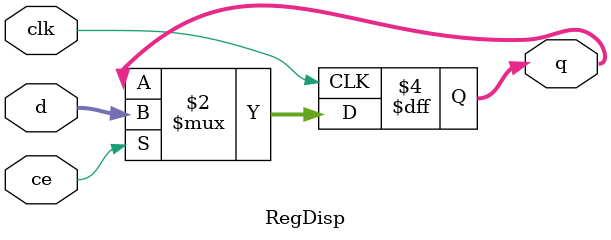
<source format=v>
module RegDisp (
	input [15:0] d,
	input ce, clk,
	output reg [15:0] q
);

	always @(posedge clk) begin
		if (ce) begin
			q <= d;
		end
	end

endmodule
</source>
